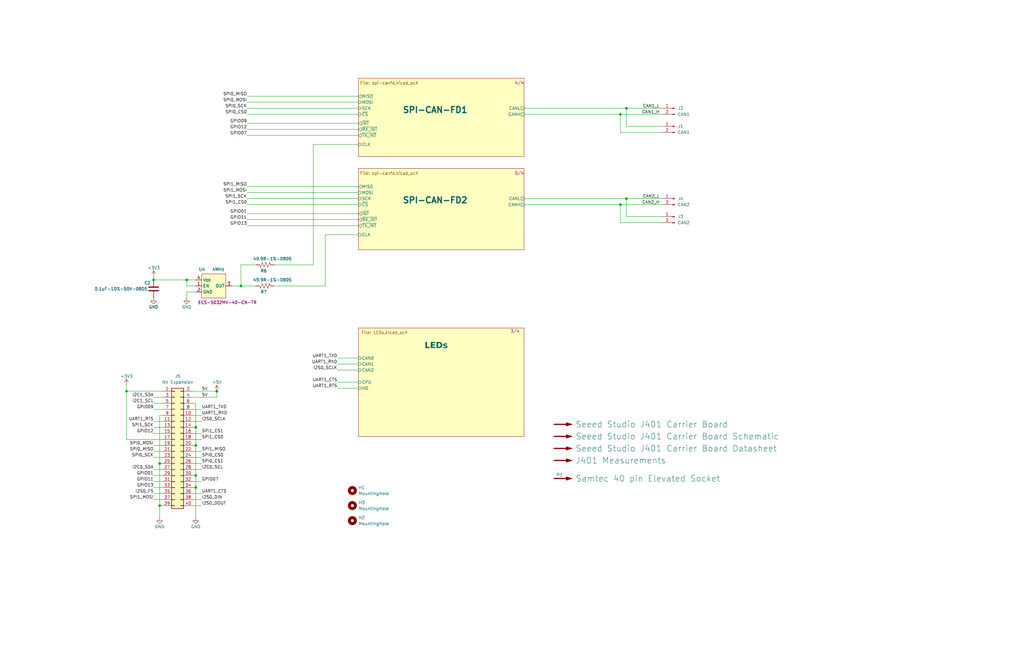
<source format=kicad_sch>
(kicad_sch (version 20250114) (generator "eeschema") (generator_version "9.0")
  (paper "B")
  (title_block (title "NX Indicator Board V1") (date "2025-04-26") (rev "1"))
  (lib_symbols
    (symbol "Connector:Conn_01x02_Pin" (pin_names (offset 1.016) (hide yes))
      (property "Reference" "J" (at 0 2.54 0))
      (property "Value" "Conn_01x02_Pin" (at 0 -5.08 0))
      (symbol "Conn_01x02_Pin_1_1"
        (rectangle (start 0.8636 0.127) (end 0 -0.127) (stroke (width 0.1524)) (fill (type outline)))
        (rectangle (start 0.8636 -2.413) (end 0 -2.667) (stroke (width 0.1524)) (fill (type outline)))
        (polyline (pts (xy 1.27 0) (xy 0.8636 0)) (stroke (width 0.1524)))
        (polyline (pts (xy 1.27 -2.54) (xy 0.8636 -2.54)) (stroke (width 0.1524)))
        (pin passive line (at 5.08 0 180) (length 3.81) (name "Pin_1") (number "1"))
        (pin passive line (at 5.08 -2.54 180) (length 3.81) (name "Pin_2") (number "2"))
      )
    )
    (symbol "Connector_Generic:Conn_02x20_Odd_Even" (pin_names (offset 1.016) (hide yes))
      (property "Reference" "J" (at 1.27 25.4 0))
      (property "Value" "Conn_02x20_Odd_Even" (at 1.27 -27.94 0))
      (symbol "Conn_02x20_Odd_Even_1_1"
        (rectangle (start -1.27 24.13) (end 3.81 -26.67) (stroke (width 0.254)) (fill (type background)))
        (rectangle (start -1.27 22.987) (end 0 22.733) (stroke (width 0.1524)))
        (rectangle (start -1.27 20.447) (end 0 20.193) (stroke (width 0.1524)))
        (rectangle (start -1.27 17.907) (end 0 17.653) (stroke (width 0.1524)))
        (rectangle (start -1.27 15.367) (end 0 15.113) (stroke (width 0.1524)))
        (rectangle (start -1.27 12.827) (end 0 12.573) (stroke (width 0.1524)))
        (rectangle (start -1.27 10.287) (end 0 10.033) (stroke (width 0.1524)))
        (rectangle (start -1.27 7.747) (end 0 7.493) (stroke (width 0.1524)))
        (rectangle (start -1.27 5.207) (end 0 4.953) (stroke (width 0.1524)))
        (rectangle (start -1.27 2.667) (end 0 2.413) (stroke (width 0.1524)))
        (rectangle (start -1.27 0.127) (end 0 -0.127) (stroke (width 0.1524)))
        (rectangle (start -1.27 -2.413) (end 0 -2.667) (stroke (width 0.1524)))
        (rectangle (start -1.27 -4.953) (end 0 -5.207) (stroke (width 0.1524)))
        (rectangle (start -1.27 -7.493) (end 0 -7.747) (stroke (width 0.1524)))
        (rectangle (start -1.27 -10.033) (end 0 -10.287) (stroke (width 0.1524)))
        (rectangle (start -1.27 -12.573) (end 0 -12.827) (stroke (width 0.1524)))
        (rectangle (start -1.27 -15.113) (end 0 -15.367) (stroke (width 0.1524)))
        (rectangle (start -1.27 -17.653) (end 0 -17.907) (stroke (width 0.1524)))
        (rectangle (start -1.27 -20.193) (end 0 -20.447) (stroke (width 0.1524)))
        (rectangle (start -1.27 -22.733) (end 0 -22.987) (stroke (width 0.1524)))
        (rectangle (start -1.27 -25.273) (end 0 -25.527) (stroke (width 0.1524)))
        (rectangle (start 3.81 22.987) (end 2.54 22.733) (stroke (width 0.1524)))
        (rectangle (start 3.81 20.447) (end 2.54 20.193) (stroke (width 0.1524)))
        (rectangle (start 3.81 17.907) (end 2.54 17.653) (stroke (width 0.1524)))
        (rectangle (start 3.81 15.367) (end 2.54 15.113) (stroke (width 0.1524)))
        (rectangle (start 3.81 12.827) (end 2.54 12.573) (stroke (width 0.1524)))
        (rectangle (start 3.81 10.287) (end 2.54 10.033) (stroke (width 0.1524)))
        (rectangle (start 3.81 7.747) (end 2.54 7.493) (stroke (width 0.1524)))
        (rectangle (start 3.81 5.207) (end 2.54 4.953) (stroke (width 0.1524)))
        (rectangle (start 3.81 2.667) (end 2.54 2.413) (stroke (width 0.1524)))
        (rectangle (start 3.81 0.127) (end 2.54 -0.127) (stroke (width 0.1524)))
        (rectangle (start 3.81 -2.413) (end 2.54 -2.667) (stroke (width 0.1524)))
        (rectangle (start 3.81 -4.953) (end 2.54 -5.207) (stroke (width 0.1524)))
        (rectangle (start 3.81 -7.493) (end 2.54 -7.747) (stroke (width 0.1524)))
        (rectangle (start 3.81 -10.033) (end 2.54 -10.287) (stroke (width 0.1524)))
        (rectangle (start 3.81 -12.573) (end 2.54 -12.827) (stroke (width 0.1524)))
        (rectangle (start 3.81 -15.113) (end 2.54 -15.367) (stroke (width 0.1524)))
        (rectangle (start 3.81 -17.653) (end 2.54 -17.907) (stroke (width 0.1524)))
        (rectangle (start 3.81 -20.193) (end 2.54 -20.447) (stroke (width 0.1524)))
        (rectangle (start 3.81 -22.733) (end 2.54 -22.987) (stroke (width 0.1524)))
        (rectangle (start 3.81 -25.273) (end 2.54 -25.527) (stroke (width 0.1524)))
        (pin passive line (at -5.08 22.86 0) (length 3.81) (name "Pin_1") (number "1"))
        (pin passive line (at -5.08 20.32 0) (length 3.81) (name "Pin_3") (number "3"))
        (pin passive line (at -5.08 17.78 0) (length 3.81) (name "Pin_5") (number "5"))
        (pin passive line (at -5.08 15.24 0) (length 3.81) (name "Pin_7") (number "7"))
        (pin passive line (at -5.08 12.7 0) (length 3.81) (name "Pin_9") (number "9"))
        (pin passive line (at -5.08 10.16 0) (length 3.81) (name "Pin_11") (number "11"))
        (pin passive line (at -5.08 7.62 0) (length 3.81) (name "Pin_13") (number "13"))
        (pin passive line (at -5.08 5.08 0) (length 3.81) (name "Pin_15") (number "15"))
        (pin passive line (at -5.08 2.54 0) (length 3.81) (name "Pin_17") (number "17"))
        (pin passive line (at -5.08 0 0) (length 3.81) (name "Pin_19") (number "19"))
        (pin passive line (at -5.08 -2.54 0) (length 3.81) (name "Pin_21") (number "21"))
        (pin passive line (at -5.08 -5.08 0) (length 3.81) (name "Pin_23") (number "23"))
        (pin passive line (at -5.08 -7.62 0) (length 3.81) (name "Pin_25") (number "25"))
        (pin passive line (at -5.08 -10.16 0) (length 3.81) (name "Pin_27") (number "27"))
        (pin passive line (at -5.08 -12.7 0) (length 3.81) (name "Pin_29") (number "29"))
        (pin passive line (at -5.08 -15.24 0) (length 3.81) (name "Pin_31") (number "31"))
        (pin passive line (at -5.08 -17.78 0) (length 3.81) (name "Pin_33") (number "33"))
        (pin passive line (at -5.08 -20.32 0) (length 3.81) (name "Pin_35") (number "35"))
        (pin passive line (at -5.08 -22.86 0) (length 3.81) (name "Pin_37") (number "37"))
        (pin passive line (at -5.08 -25.4 0) (length 3.81) (name "Pin_39") (number "39"))
        (pin passive line (at 7.62 22.86 180) (length 3.81) (name "Pin_2") (number "2"))
        (pin passive line (at 7.62 20.32 180) (length 3.81) (name "Pin_4") (number "4"))
        (pin passive line (at 7.62 17.78 180) (length 3.81) (name "Pin_6") (number "6"))
        (pin passive line (at 7.62 15.24 180) (length 3.81) (name "Pin_8") (number "8"))
        (pin passive line (at 7.62 12.7 180) (length 3.81) (name "Pin_10") (number "10"))
        (pin passive line (at 7.62 10.16 180) (length 3.81) (name "Pin_12") (number "12"))
        (pin passive line (at 7.62 7.62 180) (length 3.81) (name "Pin_14") (number "14"))
        (pin passive line (at 7.62 5.08 180) (length 3.81) (name "Pin_16") (number "16"))
        (pin passive line (at 7.62 2.54 180) (length 3.81) (name "Pin_18") (number "18"))
        (pin passive line (at 7.62 0 180) (length 3.81) (name "Pin_20") (number "20"))
        (pin passive line (at 7.62 -2.54 180) (length 3.81) (name "Pin_22") (number "22"))
        (pin passive line (at 7.62 -5.08 180) (length 3.81) (name "Pin_24") (number "24"))
        (pin passive line (at 7.62 -7.62 180) (length 3.81) (name "Pin_26") (number "26"))
        (pin passive line (at 7.62 -10.16 180) (length 3.81) (name "Pin_28") (number "28"))
        (pin passive line (at 7.62 -12.7 180) (length 3.81) (name "Pin_30") (number "30"))
        (pin passive line (at 7.62 -15.24 180) (length 3.81) (name "Pin_32") (number "32"))
        (pin passive line (at 7.62 -17.78 180) (length 3.81) (name "Pin_34") (number "34"))
        (pin passive line (at 7.62 -20.32 180) (length 3.81) (name "Pin_36") (number "36"))
        (pin passive line (at 7.62 -22.86 180) (length 3.81) (name "Pin_38") (number "38"))
        (pin passive line (at 7.62 -25.4 180) (length 3.81) (name "Pin_40") (number "40"))
      )
    )
    (symbol "Device:C" (pin_numbers (hide yes)) (pin_names (offset 0.254))
      (property "Reference" "C" (at 0.635 2.54 0))
      (property "Value" "C" (at 0.635 -2.54 0))
      (symbol "C_0_1"
        (polyline (pts (xy -2.032 0.762) (xy 2.032 0.762)) (stroke (width 0.508)))
        (polyline (pts (xy -2.032 -0.762) (xy 2.032 -0.762)) (stroke (width 0.508)))
      )
      (symbol "C_1_1"
        (pin passive line (at 0 3.81 270) (length 2.794) (name "~") (number "1"))
        (pin passive line (at 0 -3.81 90) (length 2.794) (name "~") (number "2"))
      )
    )
    (symbol "Device:R_US" (pin_numbers (hide yes)) (pin_names (offset 0))
      (property "Reference" "R" (at 2.54 0 90))
      (property "Value" "R_US" (at -2.54 0 90))
      (symbol "R_US_0_1"
        (polyline (pts (xy 0 2.286) (xy 0 2.54)))
        (polyline (pts (xy 0 2.286) (xy 1.016 1.905) (xy 0 1.524) (xy -1.016 1.143) (xy 0 0.762)))
        (polyline (pts (xy 0 0.762) (xy 1.016 0.381) (xy 0 0) (xy -1.016 -0.381) (xy 0 -0.762)))
        (polyline (pts (xy 0 -0.762) (xy 1.016 -1.143) (xy 0 -1.524) (xy -1.016 -1.905) (xy 0 -2.286)))
        (polyline (pts (xy 0 -2.286) (xy 0 -2.54)))
      )
      (symbol "R_US_1_1"
        (pin passive line (at 0 3.81 270) (length 1.27) (name "~") (number "1"))
        (pin passive line (at 0 -3.81 90) (length 1.27) (name "~") (number "2"))
      )
    )
    (symbol "Graphic:SYM_Arrow_Large" (in_bom no) (on_board no)
      (symbol "SYM_Arrow_Large_0_1"
        (polyline (pts (xy 2.54 0) (xy -3.81 0)) (stroke (width 0.508)))
        (polyline (pts (xy 3.81 0) (xy 1.27 -0.762) (xy 1.27 0.762) (xy 3.81 0)) (fill (type outline)))
      )
    )
    (symbol "Mechanical:MountingHole" (pin_names (offset 1.016))
      (property "Reference" "H" (at 0 5.08 0))
      (property "Value" "MountingHole" (at 0 3.175 0))
      (symbol "MountingHole_0_1"
        (circle (center 0 0) (radius 1.27) (stroke (width 1.27)))
      )
    )
    (symbol "NX-IndicatorBoard:40MHz-ECS-5032MV"
      (property "Reference" "U?" (at 1.27 1.27 0))
      (property "Value" "40MHz" (at 5.08 -11.43 0))
      (property "MFG P/N" "ECS-5032MV-400-CN-TR" (at 5.08 -13.97 0))
      (symbol "40MHz-ECS-5032MV_0_0"
        (pin power_in line (at -2.54 -2.54 0) (length 2.54) (name "V_{DD}") (number "4"))
        (pin output line (at 12.7 -5.08 180) (length 2.54) (name "OUT") (number "3"))
      )
      (symbol "40MHz-ECS-5032MV_0_1"
        (rectangle (start 0 0) (end 10.16 -10.16) (fill (type background)))
      )
      (symbol "40MHz-ECS-5032MV_1_1"
        (pin input line (at -2.54 -5.08 0) (length 2.54) (name "EN") (number "1"))
        (pin passive line (at -2.54 -7.62 0) (length 2.54) (name "GND") (number "2"))
      )
    )
    (symbol "power:+3V3" (power) (pin_names (offset 0))
      (property "Value" "+3V3" (at 0 3.556 0))
      (symbol "+3V3_0_1"
        (polyline (pts (xy -0.762 1.27) (xy 0 2.54)))
        (polyline (pts (xy 0 2.54) (xy 0.762 1.27)))
        (polyline (pts (xy 0 0) (xy 0 2.54)))
      )
      (symbol "+3V3_1_1"
        (pin power_in line (at 0 0 90) (length 0) (hide yes) (name "+3V3") (number "1"))
      )
    )
    (symbol "power:+5V" (power) (pin_numbers (hide yes)) (pin_names (offset 0) (hide yes))
      (property "Value" "+5V" (at 0 3.556 0))
      (symbol "+5V_0_1"
        (polyline (pts (xy -0.762 1.27) (xy 0 2.54)))
        (polyline (pts (xy 0 2.54) (xy 0.762 1.27)))
        (polyline (pts (xy 0 0) (xy 0 2.54)))
      )
      (symbol "+5V_1_1"
        (pin power_in line (at 0 0 90) (length 0) (name "~") (number "1"))
      )
    )
    (symbol "power:GND" (power) (pin_names (offset 0))
      (property "Value" "GND" (at 0 -3.81 0))
      (symbol "GND_0_1"
        (polyline (pts (xy 0 0) (xy 0 -1.27) (xy 1.27 -1.27) (xy 0 -2.54) (xy -1.27 -1.27) (xy 0 -1.27)))
      )
      (symbol "GND_1_1"
        (pin power_in line (at 0 0 270) (length 0) (hide yes) (name "GND") (number "1"))
      )
    )
  )
  (junction (at 91.44 165.1))
  (junction (at 101.6 120.65))
  (junction (at 67.31 195.58))
  (junction (at 78.74 118.11))
  (junction (at 264.16 83.82))
  (junction (at 53.34 165.1))
  (junction (at 67.31 213.36))
  (junction (at 261.62 48.26))
  (junction (at 82.55 180.34))
  (junction (at 82.55 187.96))
  (junction (at 64.77 118.11))
  (junction (at 82.55 200.66))
  (junction (at 261.62 86.36))
  (junction (at 264.16 45.72))
  (junction (at 82.55 205.74))
  (wire (pts (xy 104.14 43.18) (xy 151.13 43.18)))
  (wire (pts (xy 64.77 177.8) (xy 68.58 177.8)))
  (wire (pts (xy 67.31 213.36) (xy 68.58 213.36)))
  (wire (pts (xy 82.55 205.74) (xy 82.55 218.44)))
  (wire (pts (xy 82.55 200.66) (xy 82.55 205.74)))
  (wire (pts (xy 104.14 57.15) (xy 151.13 57.15)))
  (wire (pts (xy 81.28 195.58) (xy 85.09 195.58)))
  (wire (pts (xy 279.4 91.44) (xy 264.16 91.44)))
  (wire (pts (xy 67.31 195.58) (xy 68.58 195.58)))
  (wire (pts (xy 261.62 86.36) (xy 279.4 86.36)))
  (wire (pts (xy 101.6 120.65) (xy 97.79 120.65)))
  (wire (pts (xy 81.28 185.42) (xy 85.09 185.42)))
  (wire (pts (xy 264.16 83.82) (xy 279.4 83.82)))
  (wire (pts (xy 81.28 175.26) (xy 85.09 175.26)))
  (wire (pts (xy 264.16 45.72) (xy 279.4 45.72)))
  (wire (pts (xy 104.14 90.17) (xy 151.13 90.17)))
  (wire (pts (xy 81.28 210.82) (xy 85.09 210.82)))
  (wire (pts (xy 68.58 175.26) (xy 67.31 175.26)))
  (wire (pts (xy 82.55 180.34) (xy 82.55 187.96)))
  (wire (pts (xy 81.28 198.12) (xy 85.09 198.12)))
  (wire (pts (xy 264.16 53.34) (xy 264.16 45.72)))
  (wire (pts (xy 142.24 163.83) (xy 151.13 163.83)))
  (wire (pts (xy 104.14 78.74) (xy 151.13 78.74)))
  (wire (pts (xy 220.98 83.82) (xy 264.16 83.82)))
  (wire (pts (xy 81.28 187.96) (xy 82.55 187.96)))
  (wire (pts (xy 91.44 167.64) (xy 91.44 165.1)))
  (wire (pts (xy 142.24 161.29) (xy 151.13 161.29)))
  (wire (pts (xy 82.55 170.18) (xy 82.55 180.34)))
  (wire (pts (xy 104.14 52.07) (xy 151.13 52.07)))
  (wire (pts (xy 104.14 45.72) (xy 151.13 45.72)))
  (wire (pts (xy 64.77 180.34) (xy 68.58 180.34)))
  (wire (pts (xy 220.98 86.36) (xy 261.62 86.36)))
  (wire (pts (xy 67.31 175.26) (xy 67.31 195.58)))
  (wire (pts (xy 220.98 45.72) (xy 264.16 45.72)))
  (wire (pts (xy 81.28 165.1) (xy 91.44 165.1)))
  (wire (pts (xy 115.57 111.76) (xy 132.08 111.76)))
  (wire (pts (xy 104.14 48.26) (xy 151.13 48.26)))
  (wire (pts (xy 261.62 93.98) (xy 261.62 86.36)))
  (wire (pts (xy 64.77 200.66) (xy 68.58 200.66)))
  (wire (pts (xy 64.77 116.84) (xy 64.77 118.11)))
  (wire (pts (xy 64.77 182.88) (xy 68.58 182.88)))
  (wire (pts (xy 64.77 203.2) (xy 68.58 203.2)))
  (wire (pts (xy 81.28 208.28) (xy 85.09 208.28)))
  (wire (pts (xy 101.6 111.76) (xy 107.95 111.76)))
  (wire (pts (xy 53.34 165.1) (xy 68.58 165.1)))
  (wire (pts (xy 53.34 165.1) (xy 53.34 185.42)))
  (wire (pts (xy 101.6 111.76) (xy 101.6 120.65)))
  (wire (pts (xy 64.77 172.72) (xy 68.58 172.72)))
  (wire (pts (xy 115.57 120.65) (xy 137.16 120.65)))
  (wire (pts (xy 82.55 118.11) (xy 78.74 118.11)))
  (wire (pts (xy 64.77 187.96) (xy 68.58 187.96)))
  (wire (pts (xy 82.55 187.96) (xy 82.55 200.66)))
  (wire (pts (xy 137.16 120.65) (xy 137.16 99.06)))
  (wire (pts (xy 78.74 120.65) (xy 78.74 118.11)))
  (wire (pts (xy 81.28 172.72) (xy 85.09 172.72)))
  (wire (pts (xy 104.14 95.25) (xy 151.13 95.25)))
  (wire (pts (xy 104.14 81.28) (xy 151.13 81.28)))
  (wire (pts (xy 64.77 198.12) (xy 68.58 198.12)))
  (wire (pts (xy 104.14 86.36) (xy 151.13 86.36)))
  (wire (pts (xy 104.14 83.82) (xy 151.13 83.82)))
  (wire (pts (xy 132.08 60.96) (xy 132.08 111.76)))
  (wire (pts (xy 101.6 120.65) (xy 107.95 120.65)))
  (wire (pts (xy 53.34 162.56) (xy 53.34 165.1)))
  (wire (pts (xy 64.77 167.64) (xy 68.58 167.64)))
  (wire (pts (xy 82.55 120.65) (xy 78.74 120.65)))
  (wire (pts (xy 264.16 91.44) (xy 264.16 83.82)))
  (wire (pts (xy 81.28 213.36) (xy 85.09 213.36)))
  (wire (pts (xy 67.31 213.36) (xy 67.31 218.44)))
  (wire (pts (xy 82.55 123.19) (xy 78.74 123.19)))
  (wire (pts (xy 81.28 177.8) (xy 85.09 177.8)))
  (wire (pts (xy 81.28 205.74) (xy 82.55 205.74)))
  (wire (pts (xy 220.98 48.26) (xy 261.62 48.26)))
  (wire (pts (xy 104.14 92.71) (xy 151.13 92.71)))
  (wire (pts (xy 142.24 153.67) (xy 151.13 153.67)))
  (wire (pts (xy 64.77 210.82) (xy 68.58 210.82)))
  (wire (pts (xy 132.08 60.96) (xy 151.13 60.96)))
  (wire (pts (xy 53.34 185.42) (xy 68.58 185.42)))
  (wire (pts (xy 81.28 167.64) (xy 91.44 167.64)))
  (wire (pts (xy 64.77 193.04) (xy 68.58 193.04)))
  (wire (pts (xy 81.28 200.66) (xy 82.55 200.66)))
  (wire (pts (xy 137.16 99.06) (xy 151.13 99.06)))
  (wire (pts (xy 279.4 93.98) (xy 261.62 93.98)))
  (wire (pts (xy 64.77 170.18) (xy 68.58 170.18)))
  (wire (pts (xy 142.24 156.21) (xy 151.13 156.21)))
  (wire (pts (xy 261.62 55.88) (xy 261.62 48.26)))
  (wire (pts (xy 81.28 170.18) (xy 82.55 170.18)))
  (wire (pts (xy 78.74 123.19) (xy 78.74 125.73)))
  (wire (pts (xy 279.4 53.34) (xy 264.16 53.34)))
  (wire (pts (xy 78.74 118.11) (xy 64.77 118.11)))
  (wire (pts (xy 104.14 40.64) (xy 151.13 40.64)))
  (wire (pts (xy 104.14 54.61) (xy 151.13 54.61)))
  (wire (pts (xy 64.77 205.74) (xy 68.58 205.74)))
  (wire (pts (xy 81.28 180.34) (xy 82.55 180.34)))
  (wire (pts (xy 81.28 193.04) (xy 85.09 193.04)))
  (wire (pts (xy 64.77 190.5) (xy 68.58 190.5)))
  (wire (pts (xy 67.31 195.58) (xy 67.31 213.36)))
  (wire (pts (xy 81.28 182.88) (xy 85.09 182.88)))
  (wire (pts (xy 261.62 48.26) (xy 279.4 48.26)))
  (wire (pts (xy 64.77 208.28) (xy 68.58 208.28)))
  (wire (pts (xy 81.28 190.5) (xy 85.09 190.5)))
  (wire (pts (xy 142.24 151.13) (xy 151.13 151.13)))
  (wire (pts (xy 279.4 55.88) (xy 261.62 55.88)))
  (wire (pts (xy 81.28 203.2) (xy 85.09 203.2)))
  (label "I2C1_SCL" (at 64.77 170.18 180))
  (label "UART1_CTS" (at 85.09 208.28 0))
  (label "SPI1_MOSI" (at 104.14 81.28 180))
  (label "SPI1_SCK" (at 64.77 180.34 180))
  (label "GPIO09" (at 104.14 52.07 180))
  (label "UART1_CTS" (at 142.24 161.29 180))
  (label "GPIO11" (at 64.77 203.2 180))
  (label "I2S0_SCLK" (at 142.24 156.21 180))
  (label "UART1_TXD" (at 142.24 151.13 180))
  (label "5V" (at 85.09 167.64 0))
  (label "I2C0_SCL" (at 85.09 198.12 0))
  (label "CAN1_L" (at 278.13 45.72 180))
  (label "SPI1_SCK" (at 104.14 83.82 180))
  (label "SPI0_SCK" (at 104.14 45.72 180))
  (label "GPIO09" (at 64.77 172.72 180))
  (label "UART1_RTS" (at 142.24 163.83 180))
  (label "SPI1_CS0" (at 104.14 86.36 180))
  (label "SPI0_CS0" (at 85.09 193.04 0))
  (label "SPI1_MOSI" (at 64.77 210.82 180))
  (label "I2C0_SDA" (at 64.77 198.12 180))
  (label "SPI0_CS1" (at 85.09 195.58 0))
  (label "CAN1_H" (at 278.13 48.26 180))
  (label "GPIO12" (at 104.14 54.61 180))
  (label "CAN2_H" (at 278.13 86.36 180))
  (label "SPI0_MISO" (at 104.14 40.64 180))
  (label "SPI0_SCK" (at 64.77 193.04 180))
  (label "GPIO12" (at 64.77 182.88 180))
  (label "SPI0_MOSI" (at 64.77 187.96 180))
  (label "SPI1_CS1" (at 85.09 182.88 0))
  (label "SPI1_MISO" (at 85.09 190.5 0))
  (label "GPIO07" (at 85.09 203.2 0))
  (label "5V" (at 85.09 165.1 0))
  (label "I2S0_DIN" (at 85.09 210.82 0))
  (label "CAN2_L" (at 278.13 83.82 180))
  (label "SPI1_MISO" (at 104.14 78.74 180))
  (label "SPI0_MISO" (at 64.77 190.5 180))
  (label "UART1_TXD" (at 85.09 172.72 0))
  (label "I2S0_FS" (at 64.77 208.28 180))
  (label "UART1_RXD" (at 142.24 153.67 180))
  (label "GPIO13" (at 104.14 95.25 180))
  (label "I2S0_DOUT" (at 85.09 213.36 0))
  (label "GPIO13" (at 64.77 205.74 180))
  (label "SPI0_CS0" (at 104.14 48.26 180))
  (label "I2C1_SDA" (at 64.77 167.64 180))
  (label "GPIO01" (at 104.14 90.17 180))
  (label "I2S0_SCLK" (at 85.09 177.8 0))
  (label "GPIO07" (at 104.14 57.15 180))
  (label "GPIO11" (at 104.14 92.71 180))
  (label "SPI0_MOSI" (at 104.14 43.18 180))
  (label "UART1_RXD" (at 85.09 175.26 0))
  (label "SPI1_CS0" (at 85.09 185.42 0))
  (label "UART1_RTS" (at 64.77 177.8 180))
  (label "GPIO01" (at 64.77 200.66 180))
  (symbol (lib_id "Connector:Conn_01x02_Pin") (at 284.48 91.44 0) (mirror y) (unit 1)
    (property "Reference" "J3" (at 285.75 91.4399 0) (effects (justify right)))
    (property "Value" "CAN2" (at 285.75 93.9799 0) (effects (justify right)))
    (property "Footprint" "NX-IndicatorBoard:70555-0001" (effects (hide yes)))
    (property "Datasheet" "Components/Molex-70555-0001.pdf" (effects (hide yes)))
    (property "MFG" "Molex" (effects (hide yes)))
    (property "MFG P/N" "0705550036" (effects (hide yes)))
    (property "DIST" "Digikey" (effects (hide yes)))
    (property "DIST P/N" "WM4175-ND" (effects (hide yes)))
  )
  (symbol (lib_id "NX-IndicatorBoard:40MHz-ECS-5032MV") (at 85.09 115.57 0) (unit 1)
    (property "Reference" "U4" (at 85.09 113.665 0))
    (property "Value" "4MHz" (at 92.075 113.665 0))
    (property "Footprint" "NX-IndicatorBoard:ECS-5032MV" (effects (hide yes)))
    (property "Datasheet" "Components/ECS-5032MV.pdf" (effects (hide yes)))
    (property "MFG" "ECS Inc" (effects (hide yes)))
    (property "MFG P/N" "ECS-5032MV-40-CN-TR" (at 95.885 127.635 0))
    (property "DIST" "Digikey" (effects (hide yes)))
    (property "DIST P/N" "XC3114CT-ND" (effects (hide yes)))
  )
  (symbol (lib_id "power:+5V") (at 91.44 165.1 0) (unit 1)
    (property "Reference" "#PWR05" (effects (hide yes)))
    (property "Value" "+5V" (at 91.44 161.29 0))
    (property "Description" "Power symbol creates a global label with name \"+5V\"" (effects (hide yes)))
  )
  (symbol (lib_id "Device:C") (at 64.77 121.92 0) (unit 1)
    (property "Reference" "C2" (at 63.5 119.38 0) (effects (justify right)))
    (property "Value" "0.1uF-10%-50V-0805" (at 62.23 121.92 0) (effects (justify right)))
    (property "Footprint" "Capacitor_SMD:C_0805_2012Metric" (effects (hide yes)))
    (property "Datasheet" "Components/YAGEO-UPY-GPHC_X7R_6.3V-to-250V_24.pdf" (effects (hide yes)))
    (property "MFG" "YAGEO" (effects (hide yes)))
    (property "MFG P/N" "CC0805KRX7R9BB104" (effects (hide yes)))
    (property "DIST" "Digikey" (effects (hide yes)))
    (property "DIST P/N" "311-1140-1-ND" (effects (hide yes)))
  )
  (symbol (lib_id "power:+3V3") (at 53.34 162.56 0) (unit 1)
    (property "Reference" "#PWR01" (effects (hide yes)))
    (property "Value" "+3V3" (at 53.34 158.75 0))
  )
  (symbol (lib_id "Connector:Conn_01x02_Pin") (at 284.48 53.34 0) (mirror y) (unit 1)
    (property "Reference" "J1" (at 285.75 53.3399 0) (effects (justify right)))
    (property "Value" "CAN1" (at 285.75 55.8799 0) (effects (justify right)))
    (property "Footprint" "NX-IndicatorBoard:70555-0001" (effects (hide yes)))
    (property "Datasheet" "Components/Molex-70555-0001.pdf" (effects (hide yes)))
    (property "MFG" "Molex" (effects (hide yes)))
    (property "MFG P/N" "0705550036" (effects (hide yes)))
    (property "DIST" "Digikey" (effects (hide yes)))
    (property "DIST P/N" "WM4175-ND" (effects (hide yes)))
  )
  (symbol (lib_id "Device:R_US") (at 111.76 120.65 90) (mirror x) (unit 1)
    (property "Reference" "R7" (at 109.855 123.19 90) (effects (justify right)))
    (property "Value" "49.9R-1%-0805" (at 106.68 118.11 90) (effects (justify right)))
    (property "Footprint" "Resistor_SMD:R_0805_2012Metric" (effects (hide yes)))
    (property "Datasheet" "Components/YAGEO-PYu-RC_Group_51_RoHS_L_12.pdf" (effects (hide yes)))
    (property "DIST" "Digikey" (effects (hide yes)))
    (property "DIST P/N" "311-49.9CRCT-ND" (effects (hide yes)))
    (property "MFG" "YAGEO" (effects (hide yes)))
    (property "MFG P/N" "RC0805FR-0749R9L" (effects (hide yes)))
  )
  (symbol (lib_id "Graphic:SYM_Arrow_Large") (at 237.49 184.15 0) (unit 1) (in_bom no) (on_board no)
    (property "Reference" "#SYM2" (effects (hide yes)))
    (property "Value" "Seeed Studio J401 Carrier Board Schematic" (at 242.57 184.15 0) (effects (font (size 2.54 2.54)) (justify left)))
    (property "Datasheet" "Components/SeeedStudio-J401_SCH_V1.0.pdf" (effects (hide yes)))
  )
  (symbol (lib_id "Connector:Conn_01x02_Pin") (at 284.48 45.72 0) (mirror y) (unit 1)
    (property "Reference" "J2" (at 285.75 45.7199 0) (effects (justify right)))
    (property "Value" "CAN1" (at 285.75 48.2599 0) (effects (justify right)))
    (property "Footprint" "NX-IndicatorBoard:70555-0001" (effects (hide yes)))
    (property "Datasheet" "Components/Molex-70555-0001.pdf" (effects (hide yes)))
    (property "MFG" "Molex" (effects (hide yes)))
    (property "MFG P/N" "0705550036" (effects (hide yes)))
    (property "DIST" "Digikey" (effects (hide yes)))
    (property "DIST P/N" "WM4175-ND" (effects (hide yes)))
  )
  (symbol (lib_id "power:+3V3") (at 64.77 116.84 0) (unit 1)
    (property "Reference" "#PWR021" (effects (hide yes)))
    (property "Value" "+3V3" (at 64.77 113.03 0))
  )
  (symbol (lib_id "power:GND") (at 82.55 218.44 0) (unit 1)
    (property "Reference" "#PWR04" (effects (hide yes)))
    (property "Value" "GND" (at 82.55 222.25 0))
  )
  (symbol (lib_id "Graphic:SYM_Arrow_Large") (at 237.49 189.23 0) (unit 1) (in_bom no) (on_board no)
    (property "Reference" "#SYM3" (effects (hide yes)))
    (property "Value" "Seeed Studio J401 Carrier Board Datasheet" (at 242.57 189.23 0) (effects (font (size 2.54 2.54)) (justify left)))
    (property "Datasheet" "https://files.seeedstudio.com/wiki/reComputer-J4012/reComputer-J401-datasheet.pdf" (effects (hide yes)))
  )
  (symbol (lib_id "power:GND") (at 64.77 125.73 0) (unit 1)
    (property "Reference" "#PWR022" (effects (hide yes)))
    (property "Value" "GND" (at 64.77 129.54 0))
  )
  (symbol (lib_id "Connector:Conn_01x02_Pin") (at 284.48 83.82 0) (mirror y) (unit 1)
    (property "Reference" "J4" (at 285.75 83.8199 0) (effects (justify right)))
    (property "Value" "CAN2" (at 285.75 86.3599 0) (effects (justify right)))
    (property "Footprint" "NX-IndicatorBoard:70555-0001" (effects (hide yes)))
    (property "Datasheet" "Components/Molex-70555-0001.pdf" (effects (hide yes)))
    (property "MFG" "Molex" (effects (hide yes)))
    (property "MFG P/N" "0705550036" (effects (hide yes)))
    (property "DIST" "Digikey" (effects (hide yes)))
    (property "DIST P/N" "WM4175-ND" (effects (hide yes)))
  )
  (symbol (lib_id "Graphic:SYM_Arrow_Large") (at 237.49 179.07 0) (unit 1) (in_bom no) (on_board no)
    (property "Reference" "#SYM1" (effects (hide yes)))
    (property "Value" "Seeed Studio J401 Carrier Board" (at 242.57 179.07 0) (effects (font (size 2.54 2.54)) (justify left)))
    (property "Datasheet" "https://www.seeedstudio.com/reComputer-J401-Carrier-Board-for-Jetson-Orin-NX-Orin-Nano-p-5636.html" (effects (hide yes)))
  )
  (symbol (lib_id "Graphic:SYM_Arrow_Large") (at 237.49 201.93 0) (unit 1) (on_board no)
    (property "Reference" "P1" (at 235.966 200.406 0))
    (property "Value" "Samtec 40 pin Elevated Socket" (at 242.57 201.93 0) (effects (font (size 2.54 2.54)) (justify left)))
    (property "Datasheet" "Components/Samtec-ESQ--120-34-G-D.pdf" (effects (hide yes)))
    (property "MFG" "Samtec" (effects (hide yes)))
    (property "MFG P/N" "ESQ-120-34-G-D" (effects (hide yes)))
    (property "DIST" "Digikey" (effects (hide yes)))
    (property "DIST P/N" "SAM9319-ND" (effects (hide yes)))
  )
  (symbol (lib_id "Mechanical:MountingHole") (at 148.59 213.36 0) (unit 1) (in_bom no)
    (property "Reference" "H3" (at 151.13 212.09 0) (effects (justify left)))
    (property "Value" "MountingHole" (at 151.13 214.63 0) (effects (justify left)))
    (property "Footprint" "MountingHole:MountingHole_2.7mm_M2.5_Pad" (effects (hide yes)))
  )
  (symbol (lib_id "Graphic:SYM_Arrow_Large") (at 237.49 194.31 0) (unit 1) (in_bom no) (on_board no)
    (property "Reference" "#SYM4" (effects (hide yes)))
    (property "Value" "J401 Measurements" (at 242.57 194.31 0) (effects (font (size 2.54 2.54)) (justify left)))
    (property "Datasheet" "Components/J401 Measurements__Assembly.pdf" (effects (hide yes)))
  )
  (symbol (lib_id "power:GND") (at 67.31 218.44 0) (unit 1)
    (property "Reference" "#PWR02" (effects (hide yes)))
    (property "Value" "GND" (at 67.31 222.25 0))
  )
  (symbol (lib_id "Connector_Generic:Conn_02x20_Odd_Even") (at 73.66 187.96 0) (unit 1)
    (property "Reference" "J5" (at 74.93 158.75 0))
    (property "Value" "NX Expansion" (at 74.93 161.29 0))
    (property "Footprint" "NX-IndicatorBoard:M20-782045" (effects (hide yes)))
    (property "Datasheet" "Components/Harwin-M20-781.pdf" (effects (hide yes)))
    (property "MFG" "Harwin" (effects (hide yes)))
    (property "MFG P/N" "M20-7812045" (effects (hide yes)))
    (property "DIST" "Digikey" (effects (hide yes)))
    (property "DIST P/N" "952-3218-ND" (effects (hide yes)))
  )
  (symbol (lib_id "Device:R_US") (at 111.76 111.76 90) (mirror x) (unit 1)
    (property "Reference" "R6" (at 109.855 114.3 90) (effects (justify right)))
    (property "Value" "49.9R-1%-0805" (at 106.68 109.22 90) (effects (justify right)))
    (property "Footprint" "Resistor_SMD:R_0805_2012Metric" (effects (hide yes)))
    (property "Datasheet" "Components/YAGEO-PYu-RC_Group_51_RoHS_L_12.pdf" (effects (hide yes)))
    (property "DIST" "Digikey" (effects (hide yes)))
    (property "DIST P/N" "311-49.9CRCT-ND" (effects (hide yes)))
    (property "MFG" "YAGEO" (effects (hide yes)))
    (property "MFG P/N" "RC0805FR-0749R9L" (effects (hide yes)))
  )
  (symbol (lib_id "Mechanical:MountingHole") (at 148.59 219.71 0) (unit 1) (in_bom no)
    (property "Reference" "H2" (at 151.13 218.44 0) (effects (justify left)))
    (property "Value" "MountingHole" (at 151.13 220.98 0) (effects (justify left)))
    (property "Footprint" "MountingHole:MountingHole_2.7mm_M2.5_Pad" (effects (hide yes)))
  )
  (symbol (lib_id "Mechanical:MountingHole") (at 148.59 207.01 0) (unit 1) (in_bom no)
    (property "Reference" "H1" (at 151.13 205.74 0) (effects (justify left)))
    (property "Value" "MountingHole" (at 151.13 208.28 0) (effects (justify left)))
    (property "Footprint" "MountingHole:MountingHole_2.7mm_M2.5_Pad" (effects (hide yes)))
  )
  (symbol (lib_id "power:GND") (at 78.74 125.73 0) (unit 1)
    (property "Reference" "#PWR023" (effects (hide yes)))
    (property "Value" "GND" (at 78.74 129.54 0))
  )
  (sheet (at 151.13 138.43) (size 69.85 45.72) (stroke (width 0.1524)) (fill (color 255 255 194 1.0000))
    (property "Sheetname" "LEDs" (at 179.07 147.32 0) (effects (font (size 2.54 2.54) (bold yes)) (justify left bottom)))
    (property "Sheetfile" "LEDs.kicad_sch" (at 152.4 140.335 0) (effects (justify left)))
    (property "Page" "${#}/${##}" (at 217.17 139.7 0))
    (pin "CPU" input (at 151.13 161.29 180))
    (pin "HD" input (at 151.13 163.83 180))
    (pin "CAN2" input (at 151.13 156.21 180))
    (pin "CAN0" input (at 151.13 151.13 180))
    (pin "CAN1" input (at 151.13 153.67 180))
  )
  (sheet (at 151.13 71.12) (size 69.85 34.29) (stroke (width 0.1524)) (fill (color 255 255 194 1.0000))
    (property "Sheetname" "SPI-CAN-FD2" (at 183.515 84.455 0) (effects (font (size 2.54 2.54) (bold yes))))
    (property "Sheetfile" "spi-canfd.kicad_sch" (at 151.765 72.39 0) (effects (justify left top)))
    (property "Page" "${#}/${##}" (at 220.98 73.025 0) (effects (justify right)))
    (pin "MOSI" input (at 151.13 81.28 180))
    (pin "MISO" output (at 151.13 78.74 180))
    (pin "SCK" input (at 151.13 83.82 180))
    (pin "~{CS}" input (at 151.13 86.36 180))
    (pin "~{INT}" output (at 151.13 90.17 180))
    (pin "~{RX_INT}" output (at 151.13 92.71 180))
    (pin "~{TX_INT}" output (at 151.13 95.25 180))
    (pin "CANH" passive (at 220.98 86.36 0))
    (pin "CANL" passive (at 220.98 83.82 0))
    (pin "CLK" input (at 151.13 99.06 180))
  )
  (sheet (at 151.13 33.02) (size 69.85 33.02) (stroke (width 0.1524)) (fill (color 255 255 194 1.0000))
    (property "Sheetname" "SPI-CAN-FD1" (at 183.515 46.355 0) (effects (font (size 2.54 2.54) (bold yes))))
    (property "Sheetfile" "spi-canfd.kicad_sch" (at 151.765 34.29 0) (effects (justify left top)))
    (property "Page" "${#}/${##}" (at 220.98 34.925 0) (effects (justify right)))
    (pin "MOSI" input (at 151.13 43.18 180))
    (pin "MISO" output (at 151.13 40.64 180))
    (pin "SCK" input (at 151.13 45.72 180))
    (pin "~{CS}" input (at 151.13 48.26 180))
    (pin "~{INT}" output (at 151.13 52.07 180))
    (pin "~{RX_INT}" output (at 151.13 54.61 180))
    (pin "~{TX_INT}" output (at 151.13 57.15 180))
    (pin "CANH" passive (at 220.98 48.26 0))
    (pin "CANL" passive (at 220.98 45.72 0))
    (pin "CLK" input (at 151.13 60.96 180))
  )
)
</source>
